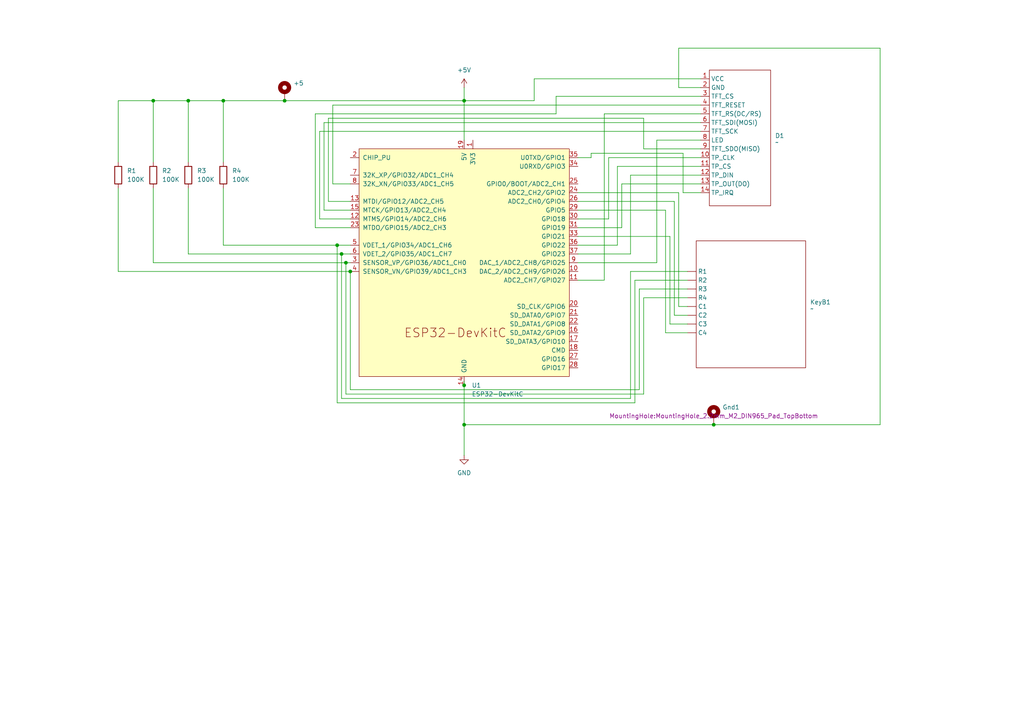
<source format=kicad_sch>
(kicad_sch
	(version 20231120)
	(generator "eeschema")
	(generator_version "8.0")
	(uuid "7b995c1f-a1fe-4d94-b069-908cffdad8c5")
	(paper "A4")
	(title_block
		(title "ESP Alarm panel")
		(date "2024-07-07")
		(rev "1.0")
	)
	(lib_symbols
		(symbol "Device:R"
			(pin_numbers hide)
			(pin_names
				(offset 0)
			)
			(exclude_from_sim no)
			(in_bom yes)
			(on_board yes)
			(property "Reference" "R"
				(at 2.032 0 90)
				(effects
					(font
						(size 1.27 1.27)
					)
				)
			)
			(property "Value" "R"
				(at 0 0 90)
				(effects
					(font
						(size 1.27 1.27)
					)
				)
			)
			(property "Footprint" ""
				(at -1.778 0 90)
				(effects
					(font
						(size 1.27 1.27)
					)
					(hide yes)
				)
			)
			(property "Datasheet" "~"
				(at 0 0 0)
				(effects
					(font
						(size 1.27 1.27)
					)
					(hide yes)
				)
			)
			(property "Description" "Resistor"
				(at 0 0 0)
				(effects
					(font
						(size 1.27 1.27)
					)
					(hide yes)
				)
			)
			(property "ki_keywords" "R res resistor"
				(at 0 0 0)
				(effects
					(font
						(size 1.27 1.27)
					)
					(hide yes)
				)
			)
			(property "ki_fp_filters" "R_*"
				(at 0 0 0)
				(effects
					(font
						(size 1.27 1.27)
					)
					(hide yes)
				)
			)
			(symbol "R_0_1"
				(rectangle
					(start -1.016 -2.54)
					(end 1.016 2.54)
					(stroke
						(width 0.254)
						(type default)
					)
					(fill
						(type none)
					)
				)
			)
			(symbol "R_1_1"
				(pin passive line
					(at 0 3.81 270)
					(length 1.27)
					(name "~"
						(effects
							(font
								(size 1.27 1.27)
							)
						)
					)
					(number "1"
						(effects
							(font
								(size 1.27 1.27)
							)
						)
					)
				)
				(pin passive line
					(at 0 -3.81 90)
					(length 1.27)
					(name "~"
						(effects
							(font
								(size 1.27 1.27)
							)
						)
					)
					(number "2"
						(effects
							(font
								(size 1.27 1.27)
							)
						)
					)
				)
			)
		)
		(symbol "ESP:MatrixKeypad_4x4"
			(pin_numbers hide)
			(exclude_from_sim no)
			(in_bom yes)
			(on_board yes)
			(property "Reference" "KeyB"
				(at -27.94 -3.302 0)
				(effects
					(font
						(size 1.27 1.27)
					)
				)
			)
			(property "Value" ""
				(at -34.29 1.27 0)
				(effects
					(font
						(size 1.27 1.27)
					)
				)
			)
			(property "Footprint" "ESP:Matrix Keypad 4x4"
				(at -19.304 0.762 0)
				(effects
					(font
						(size 1.27 1.27)
					)
					(hide yes)
				)
			)
			(property "Datasheet" ""
				(at -34.29 1.27 0)
				(effects
					(font
						(size 1.27 1.27)
					)
					(hide yes)
				)
			)
			(property "Description" ""
				(at -34.29 1.27 0)
				(effects
					(font
						(size 1.27 1.27)
					)
					(hide yes)
				)
			)
			(property "ki_keywords" "Matrix Keypad 4x4 Keyboard"
				(at 0 0 0)
				(effects
					(font
						(size 1.27 1.27)
					)
					(hide yes)
				)
			)
			(symbol "MatrixKeypad_4x4_0_1"
				(rectangle
					(start -36.83 10.16)
					(end -5.08 -26.67)
					(stroke
						(width 0)
						(type default)
					)
					(fill
						(type none)
					)
				)
			)
			(symbol "MatrixKeypad_4x4_1_1"
				(pin passive line
					(at -39.37 1.27 0)
					(length 2.54)
					(name "R1"
						(effects
							(font
								(size 1.27 1.27)
							)
						)
					)
					(number "1"
						(effects
							(font
								(size 1.27 1.27)
							)
						)
					)
				)
				(pin passive line
					(at -39.37 -1.27 0)
					(length 2.54)
					(name "R2"
						(effects
							(font
								(size 1.27 1.27)
							)
						)
					)
					(number "2"
						(effects
							(font
								(size 1.27 1.27)
							)
						)
					)
				)
				(pin passive line
					(at -39.37 -3.81 0)
					(length 2.54)
					(name "R3"
						(effects
							(font
								(size 1.27 1.27)
							)
						)
					)
					(number "3"
						(effects
							(font
								(size 1.27 1.27)
							)
						)
					)
				)
				(pin passive line
					(at -39.37 -6.35 0)
					(length 2.54)
					(name "R4"
						(effects
							(font
								(size 1.27 1.27)
							)
						)
					)
					(number "4"
						(effects
							(font
								(size 1.27 1.27)
							)
						)
					)
				)
				(pin passive line
					(at -39.37 -8.89 0)
					(length 2.54)
					(name "C1"
						(effects
							(font
								(size 1.27 1.27)
							)
						)
					)
					(number "5"
						(effects
							(font
								(size 1.27 1.27)
							)
						)
					)
				)
				(pin passive line
					(at -39.37 -11.43 0)
					(length 2.54)
					(name "C2"
						(effects
							(font
								(size 1.27 1.27)
							)
						)
					)
					(number "6"
						(effects
							(font
								(size 1.27 1.27)
							)
						)
					)
				)
				(pin passive line
					(at -39.37 -13.97 0)
					(length 2.54)
					(name "C3"
						(effects
							(font
								(size 1.27 1.27)
							)
						)
					)
					(number "7"
						(effects
							(font
								(size 1.27 1.27)
							)
						)
					)
				)
				(pin passive line
					(at -39.37 -16.51 0)
					(length 2.54)
					(name "C4"
						(effects
							(font
								(size 1.27 1.27)
							)
						)
					)
					(number "8"
						(effects
							(font
								(size 1.27 1.27)
							)
						)
					)
				)
			)
		)
		(symbol "ESP:msp4021"
			(exclude_from_sim no)
			(in_bom yes)
			(on_board yes)
			(property "Reference" "D"
				(at 14.478 1.016 0)
				(effects
					(font
						(size 1.27 1.27)
					)
				)
			)
			(property "Value" ""
				(at 0 0 0)
				(effects
					(font
						(size 1.27 1.27)
					)
				)
			)
			(property "Footprint" "ESP:MSP4021"
				(at 13.716 -1.27 0)
				(effects
					(font
						(size 1.27 1.27)
					)
					(hide yes)
				)
			)
			(property "Datasheet" ""
				(at 0 0 0)
				(effects
					(font
						(size 1.27 1.27)
					)
					(hide yes)
				)
			)
			(property "Description" ""
				(at 0 0 0)
				(effects
					(font
						(size 1.27 1.27)
					)
					(hide yes)
				)
			)
			(symbol "msp4021_0_1"
				(rectangle
					(start 2.54 2.54)
					(end 20.32 -36.83)
					(stroke
						(width 0)
						(type default)
					)
					(fill
						(type none)
					)
				)
			)
			(symbol "msp4021_1_1"
				(pin passive line
					(at 0 0 0)
					(length 2.54)
					(name "VCC"
						(effects
							(font
								(size 1.27 1.27)
							)
						)
					)
					(number "1"
						(effects
							(font
								(size 1.27 1.27)
							)
						)
					)
				)
				(pin passive line
					(at 0 -22.86 0)
					(length 2.54)
					(name "TP_CLK"
						(effects
							(font
								(size 1.27 1.27)
							)
						)
					)
					(number "10"
						(effects
							(font
								(size 1.27 1.27)
							)
						)
					)
				)
				(pin passive line
					(at 0 -25.4 0)
					(length 2.54)
					(name "TP_CS"
						(effects
							(font
								(size 1.27 1.27)
							)
						)
					)
					(number "11"
						(effects
							(font
								(size 1.27 1.27)
							)
						)
					)
				)
				(pin passive line
					(at 0 -27.94 0)
					(length 2.54)
					(name "TP_DIN"
						(effects
							(font
								(size 1.27 1.27)
							)
						)
					)
					(number "12"
						(effects
							(font
								(size 1.27 1.27)
							)
						)
					)
				)
				(pin passive line
					(at 0 -30.48 0)
					(length 2.54)
					(name "TP_OUT(DO)"
						(effects
							(font
								(size 1.27 1.27)
							)
						)
					)
					(number "13"
						(effects
							(font
								(size 1.27 1.27)
							)
						)
					)
				)
				(pin passive line
					(at 0 -33.02 0)
					(length 2.54)
					(name "TP_IRQ"
						(effects
							(font
								(size 1.27 1.27)
							)
						)
					)
					(number "14"
						(effects
							(font
								(size 1.27 1.27)
							)
						)
					)
				)
				(pin passive line
					(at 0 -2.54 0)
					(length 2.54)
					(name "GND"
						(effects
							(font
								(size 1.27 1.27)
							)
						)
					)
					(number "2"
						(effects
							(font
								(size 1.27 1.27)
							)
						)
					)
				)
				(pin passive line
					(at 0 -5.08 0)
					(length 2.54)
					(name "TFT_CS"
						(effects
							(font
								(size 1.27 1.27)
							)
						)
					)
					(number "3"
						(effects
							(font
								(size 1.27 1.27)
							)
						)
					)
				)
				(pin passive line
					(at 0 -7.62 0)
					(length 2.54)
					(name "TFT_RESET"
						(effects
							(font
								(size 1.27 1.27)
							)
						)
					)
					(number "4"
						(effects
							(font
								(size 1.27 1.27)
							)
						)
					)
				)
				(pin passive line
					(at 0 -10.16 0)
					(length 2.54)
					(name "TFT_RS(DC/RS)"
						(effects
							(font
								(size 1.27 1.27)
							)
						)
					)
					(number "5"
						(effects
							(font
								(size 1.27 1.27)
							)
						)
					)
				)
				(pin passive line
					(at 0 -12.7 0)
					(length 2.54)
					(name "TFT_SDI(MOSI)"
						(effects
							(font
								(size 1.27 1.27)
							)
						)
					)
					(number "6"
						(effects
							(font
								(size 1.27 1.27)
							)
						)
					)
				)
				(pin passive line
					(at 0 -15.24 0)
					(length 2.54)
					(name "TFT_SCK"
						(effects
							(font
								(size 1.27 1.27)
							)
						)
					)
					(number "7"
						(effects
							(font
								(size 1.27 1.27)
							)
						)
					)
				)
				(pin passive line
					(at 0 -17.78 0)
					(length 2.54)
					(name "LED"
						(effects
							(font
								(size 1.27 1.27)
							)
						)
					)
					(number "8"
						(effects
							(font
								(size 1.27 1.27)
							)
						)
					)
				)
				(pin passive line
					(at 0 -20.32 0)
					(length 2.54)
					(name "TFT_SDO(MISO)"
						(effects
							(font
								(size 1.27 1.27)
							)
						)
					)
					(number "9"
						(effects
							(font
								(size 1.27 1.27)
							)
						)
					)
				)
			)
		)
		(symbol "Mechanical:MountingHole_Pad_MP"
			(pin_numbers hide)
			(pin_names
				(offset 1.016) hide)
			(exclude_from_sim yes)
			(in_bom no)
			(on_board yes)
			(property "Reference" "H"
				(at 0 6.35 0)
				(effects
					(font
						(size 1.27 1.27)
					)
				)
			)
			(property "Value" "MountingHole_Pad_MP"
				(at 0 4.445 0)
				(effects
					(font
						(size 1.27 1.27)
					)
				)
			)
			(property "Footprint" ""
				(at 0 0 0)
				(effects
					(font
						(size 1.27 1.27)
					)
					(hide yes)
				)
			)
			(property "Datasheet" "~"
				(at 0 0 0)
				(effects
					(font
						(size 1.27 1.27)
					)
					(hide yes)
				)
			)
			(property "Description" "Mounting Hole with connection as pad named MP"
				(at 0 0 0)
				(effects
					(font
						(size 1.27 1.27)
					)
					(hide yes)
				)
			)
			(property "ki_keywords" "mounting hole"
				(at 0 0 0)
				(effects
					(font
						(size 1.27 1.27)
					)
					(hide yes)
				)
			)
			(property "ki_fp_filters" "MountingHole*Pad*"
				(at 0 0 0)
				(effects
					(font
						(size 1.27 1.27)
					)
					(hide yes)
				)
			)
			(symbol "MountingHole_Pad_MP_0_1"
				(circle
					(center 0 1.27)
					(radius 1.27)
					(stroke
						(width 1.27)
						(type default)
					)
					(fill
						(type none)
					)
				)
			)
			(symbol "MountingHole_Pad_MP_1_1"
				(pin input line
					(at 0 -2.54 90)
					(length 2.54)
					(name "MP"
						(effects
							(font
								(size 1.27 1.27)
							)
						)
					)
					(number "MP"
						(effects
							(font
								(size 1.27 1.27)
							)
						)
					)
				)
			)
		)
		(symbol "PCM_Espressif:ESP32-DevKitC"
			(pin_names
				(offset 1.016)
			)
			(exclude_from_sim no)
			(in_bom yes)
			(on_board yes)
			(property "Reference" "U"
				(at -30.48 38.1 0)
				(effects
					(font
						(size 1.27 1.27)
					)
					(justify left)
				)
			)
			(property "Value" "ESP32-DevKitC"
				(at -30.48 35.56 0)
				(effects
					(font
						(size 1.27 1.27)
					)
					(justify left)
				)
			)
			(property "Footprint" "PCM_Espressif:ESP32-DevKitC"
				(at 0 -43.18 0)
				(effects
					(font
						(size 1.27 1.27)
					)
					(hide yes)
				)
			)
			(property "Datasheet" "https://docs.espressif.com/projects/esp-idf/zh_CN/latest/esp32/hw-reference/esp32/get-started-devkitc.html"
				(at 0 -45.72 0)
				(effects
					(font
						(size 1.27 1.27)
					)
					(hide yes)
				)
			)
			(property "Description" "Development Kit"
				(at 0 0 0)
				(effects
					(font
						(size 1.27 1.27)
					)
					(hide yes)
				)
			)
			(property "ki_keywords" "ESP32"
				(at 0 0 0)
				(effects
					(font
						(size 1.27 1.27)
					)
					(hide yes)
				)
			)
			(symbol "ESP32-DevKitC_0_0"
				(text "ESP32-DevKitC"
					(at -2.54 -20.32 0)
					(effects
						(font
							(size 2.54 2.54)
						)
					)
				)
				(pin power_in line
					(at 0 -35.56 90)
					(length 2.54)
					(name "GND"
						(effects
							(font
								(size 1.27 1.27)
							)
						)
					)
					(number "14"
						(effects
							(font
								(size 1.27 1.27)
							)
						)
					)
				)
				(pin power_in line
					(at 0 35.56 270)
					(length 2.54)
					(name "5V"
						(effects
							(font
								(size 1.27 1.27)
							)
						)
					)
					(number "19"
						(effects
							(font
								(size 1.27 1.27)
							)
						)
					)
				)
			)
			(symbol "ESP32-DevKitC_0_1"
				(rectangle
					(start -30.48 33.02)
					(end 30.48 -33.02)
					(stroke
						(width 0)
						(type default)
					)
					(fill
						(type background)
					)
				)
			)
			(symbol "ESP32-DevKitC_1_1"
				(pin power_in line
					(at 2.54 35.56 270)
					(length 2.54)
					(name "3V3"
						(effects
							(font
								(size 1.27 1.27)
							)
						)
					)
					(number "1"
						(effects
							(font
								(size 1.27 1.27)
							)
						)
					)
				)
				(pin bidirectional line
					(at 33.02 -2.54 180)
					(length 2.54)
					(name "DAC_2/ADC2_CH9/GPIO26"
						(effects
							(font
								(size 1.27 1.27)
							)
						)
					)
					(number "10"
						(effects
							(font
								(size 1.27 1.27)
							)
						)
					)
				)
				(pin bidirectional line
					(at 33.02 -5.08 180)
					(length 2.54)
					(name "ADC2_CH7/GPIO27"
						(effects
							(font
								(size 1.27 1.27)
							)
						)
					)
					(number "11"
						(effects
							(font
								(size 1.27 1.27)
							)
						)
					)
				)
				(pin bidirectional line
					(at -33.02 12.7 0)
					(length 2.54)
					(name "MTMS/GPIO14/ADC2_CH6"
						(effects
							(font
								(size 1.27 1.27)
							)
						)
					)
					(number "12"
						(effects
							(font
								(size 1.27 1.27)
							)
						)
					)
				)
				(pin bidirectional line
					(at -33.02 17.78 0)
					(length 2.54)
					(name "MTDI/GPIO12/ADC2_CH5"
						(effects
							(font
								(size 1.27 1.27)
							)
						)
					)
					(number "13"
						(effects
							(font
								(size 1.27 1.27)
							)
						)
					)
				)
				(pin bidirectional line
					(at -33.02 15.24 0)
					(length 2.54)
					(name "MTCK/GPIO13/ADC2_CH4"
						(effects
							(font
								(size 1.27 1.27)
							)
						)
					)
					(number "15"
						(effects
							(font
								(size 1.27 1.27)
							)
						)
					)
				)
				(pin bidirectional line
					(at 33.02 -20.32 180)
					(length 2.54)
					(name "SD_DATA2/GPIO9"
						(effects
							(font
								(size 1.27 1.27)
							)
						)
					)
					(number "16"
						(effects
							(font
								(size 1.27 1.27)
							)
						)
					)
				)
				(pin bidirectional line
					(at 33.02 -22.86 180)
					(length 2.54)
					(name "SD_DATA3/GPIO10"
						(effects
							(font
								(size 1.27 1.27)
							)
						)
					)
					(number "17"
						(effects
							(font
								(size 1.27 1.27)
							)
						)
					)
				)
				(pin bidirectional line
					(at 33.02 -25.4 180)
					(length 2.54)
					(name "CMD"
						(effects
							(font
								(size 1.27 1.27)
							)
						)
					)
					(number "18"
						(effects
							(font
								(size 1.27 1.27)
							)
						)
					)
				)
				(pin input line
					(at -33.02 30.48 0)
					(length 2.54)
					(name "CHIP_PU"
						(effects
							(font
								(size 1.27 1.27)
							)
						)
					)
					(number "2"
						(effects
							(font
								(size 1.27 1.27)
							)
						)
					)
				)
				(pin bidirectional line
					(at 33.02 -12.7 180)
					(length 2.54)
					(name "SD_CLK/GPIO6"
						(effects
							(font
								(size 1.27 1.27)
							)
						)
					)
					(number "20"
						(effects
							(font
								(size 1.27 1.27)
							)
						)
					)
				)
				(pin bidirectional line
					(at 33.02 -15.24 180)
					(length 2.54)
					(name "SD_DATA0/GPIO7"
						(effects
							(font
								(size 1.27 1.27)
							)
						)
					)
					(number "21"
						(effects
							(font
								(size 1.27 1.27)
							)
						)
					)
				)
				(pin bidirectional line
					(at 33.02 -17.78 180)
					(length 2.54)
					(name "SD_DATA1/GPIO8"
						(effects
							(font
								(size 1.27 1.27)
							)
						)
					)
					(number "22"
						(effects
							(font
								(size 1.27 1.27)
							)
						)
					)
				)
				(pin bidirectional line
					(at -33.02 10.16 0)
					(length 2.54)
					(name "MTDO/GPIO15/ADC2_CH3"
						(effects
							(font
								(size 1.27 1.27)
							)
						)
					)
					(number "23"
						(effects
							(font
								(size 1.27 1.27)
							)
						)
					)
				)
				(pin bidirectional line
					(at 33.02 20.32 180)
					(length 2.54)
					(name "ADC2_CH2/GPIO2"
						(effects
							(font
								(size 1.27 1.27)
							)
						)
					)
					(number "24"
						(effects
							(font
								(size 1.27 1.27)
							)
						)
					)
				)
				(pin bidirectional line
					(at 33.02 22.86 180)
					(length 2.54)
					(name "GPIO0/BOOT/ADC2_CH1"
						(effects
							(font
								(size 1.27 1.27)
							)
						)
					)
					(number "25"
						(effects
							(font
								(size 1.27 1.27)
							)
						)
					)
				)
				(pin bidirectional line
					(at 33.02 17.78 180)
					(length 2.54)
					(name "ADC2_CH0/GPIO4"
						(effects
							(font
								(size 1.27 1.27)
							)
						)
					)
					(number "26"
						(effects
							(font
								(size 1.27 1.27)
							)
						)
					)
				)
				(pin bidirectional line
					(at 33.02 -27.94 180)
					(length 2.54)
					(name "GPIO16"
						(effects
							(font
								(size 1.27 1.27)
							)
						)
					)
					(number "27"
						(effects
							(font
								(size 1.27 1.27)
							)
						)
					)
				)
				(pin bidirectional line
					(at 33.02 -30.48 180)
					(length 2.54)
					(name "GPIO17"
						(effects
							(font
								(size 1.27 1.27)
							)
						)
					)
					(number "28"
						(effects
							(font
								(size 1.27 1.27)
							)
						)
					)
				)
				(pin bidirectional line
					(at 33.02 15.24 180)
					(length 2.54)
					(name "GPIO5"
						(effects
							(font
								(size 1.27 1.27)
							)
						)
					)
					(number "29"
						(effects
							(font
								(size 1.27 1.27)
							)
						)
					)
				)
				(pin input line
					(at -33.02 0 0)
					(length 2.54)
					(name "SENSOR_VP/GPIO36/ADC1_CH0"
						(effects
							(font
								(size 1.27 1.27)
							)
						)
					)
					(number "3"
						(effects
							(font
								(size 1.27 1.27)
							)
						)
					)
				)
				(pin bidirectional line
					(at 33.02 12.7 180)
					(length 2.54)
					(name "GPIO18"
						(effects
							(font
								(size 1.27 1.27)
							)
						)
					)
					(number "30"
						(effects
							(font
								(size 1.27 1.27)
							)
						)
					)
				)
				(pin bidirectional line
					(at 33.02 10.16 180)
					(length 2.54)
					(name "GPIO19"
						(effects
							(font
								(size 1.27 1.27)
							)
						)
					)
					(number "31"
						(effects
							(font
								(size 1.27 1.27)
							)
						)
					)
				)
				(pin passive line
					(at 0 -35.56 90)
					(length 2.54) hide
					(name "GND"
						(effects
							(font
								(size 1.27 1.27)
							)
						)
					)
					(number "32"
						(effects
							(font
								(size 1.27 1.27)
							)
						)
					)
				)
				(pin bidirectional line
					(at 33.02 7.62 180)
					(length 2.54)
					(name "GPIO21"
						(effects
							(font
								(size 1.27 1.27)
							)
						)
					)
					(number "33"
						(effects
							(font
								(size 1.27 1.27)
							)
						)
					)
				)
				(pin bidirectional line
					(at 33.02 27.94 180)
					(length 2.54)
					(name "U0RXD/GPIO3"
						(effects
							(font
								(size 1.27 1.27)
							)
						)
					)
					(number "34"
						(effects
							(font
								(size 1.27 1.27)
							)
						)
					)
				)
				(pin bidirectional line
					(at 33.02 30.48 180)
					(length 2.54)
					(name "U0TXD/GPIO1"
						(effects
							(font
								(size 1.27 1.27)
							)
						)
					)
					(number "35"
						(effects
							(font
								(size 1.27 1.27)
							)
						)
					)
				)
				(pin bidirectional line
					(at 33.02 5.08 180)
					(length 2.54)
					(name "GPIO22"
						(effects
							(font
								(size 1.27 1.27)
							)
						)
					)
					(number "36"
						(effects
							(font
								(size 1.27 1.27)
							)
						)
					)
				)
				(pin bidirectional line
					(at 33.02 2.54 180)
					(length 2.54)
					(name "GPIO23"
						(effects
							(font
								(size 1.27 1.27)
							)
						)
					)
					(number "37"
						(effects
							(font
								(size 1.27 1.27)
							)
						)
					)
				)
				(pin passive line
					(at 0 -35.56 90)
					(length 2.54) hide
					(name "GND"
						(effects
							(font
								(size 1.27 1.27)
							)
						)
					)
					(number "38"
						(effects
							(font
								(size 1.27 1.27)
							)
						)
					)
				)
				(pin input line
					(at -33.02 -2.54 0)
					(length 2.54)
					(name "SENSOR_VN/GPIO39/ADC1_CH3"
						(effects
							(font
								(size 1.27 1.27)
							)
						)
					)
					(number "4"
						(effects
							(font
								(size 1.27 1.27)
							)
						)
					)
				)
				(pin input line
					(at -33.02 5.08 0)
					(length 2.54)
					(name "VDET_1/GPIO34/ADC1_CH6"
						(effects
							(font
								(size 1.27 1.27)
							)
						)
					)
					(number "5"
						(effects
							(font
								(size 1.27 1.27)
							)
						)
					)
				)
				(pin input line
					(at -33.02 2.54 0)
					(length 2.54)
					(name "VDET_2/GPIO35/ADC1_CH7"
						(effects
							(font
								(size 1.27 1.27)
							)
						)
					)
					(number "6"
						(effects
							(font
								(size 1.27 1.27)
							)
						)
					)
				)
				(pin bidirectional line
					(at -33.02 25.4 0)
					(length 2.54)
					(name "32K_XP/GPIO32/ADC1_CH4"
						(effects
							(font
								(size 1.27 1.27)
							)
						)
					)
					(number "7"
						(effects
							(font
								(size 1.27 1.27)
							)
						)
					)
				)
				(pin bidirectional line
					(at -33.02 22.86 0)
					(length 2.54)
					(name "32K_XN/GPIO33/ADC1_CH5"
						(effects
							(font
								(size 1.27 1.27)
							)
						)
					)
					(number "8"
						(effects
							(font
								(size 1.27 1.27)
							)
						)
					)
				)
				(pin bidirectional line
					(at 33.02 0 180)
					(length 2.54)
					(name "DAC_1/ADC2_CH8/GPIO25"
						(effects
							(font
								(size 1.27 1.27)
							)
						)
					)
					(number "9"
						(effects
							(font
								(size 1.27 1.27)
							)
						)
					)
				)
			)
		)
		(symbol "power:+5V"
			(power)
			(pin_numbers hide)
			(pin_names
				(offset 0) hide)
			(exclude_from_sim no)
			(in_bom yes)
			(on_board yes)
			(property "Reference" "#PWR"
				(at 0 -3.81 0)
				(effects
					(font
						(size 1.27 1.27)
					)
					(hide yes)
				)
			)
			(property "Value" "+5V"
				(at 0 3.556 0)
				(effects
					(font
						(size 1.27 1.27)
					)
				)
			)
			(property "Footprint" ""
				(at 0 0 0)
				(effects
					(font
						(size 1.27 1.27)
					)
					(hide yes)
				)
			)
			(property "Datasheet" ""
				(at 0 0 0)
				(effects
					(font
						(size 1.27 1.27)
					)
					(hide yes)
				)
			)
			(property "Description" "Power symbol creates a global label with name \"+5V\""
				(at 0 0 0)
				(effects
					(font
						(size 1.27 1.27)
					)
					(hide yes)
				)
			)
			(property "ki_keywords" "global power"
				(at 0 0 0)
				(effects
					(font
						(size 1.27 1.27)
					)
					(hide yes)
				)
			)
			(symbol "+5V_0_1"
				(polyline
					(pts
						(xy -0.762 1.27) (xy 0 2.54)
					)
					(stroke
						(width 0)
						(type default)
					)
					(fill
						(type none)
					)
				)
				(polyline
					(pts
						(xy 0 0) (xy 0 2.54)
					)
					(stroke
						(width 0)
						(type default)
					)
					(fill
						(type none)
					)
				)
				(polyline
					(pts
						(xy 0 2.54) (xy 0.762 1.27)
					)
					(stroke
						(width 0)
						(type default)
					)
					(fill
						(type none)
					)
				)
			)
			(symbol "+5V_1_1"
				(pin power_in line
					(at 0 0 90)
					(length 0)
					(name "~"
						(effects
							(font
								(size 1.27 1.27)
							)
						)
					)
					(number "1"
						(effects
							(font
								(size 1.27 1.27)
							)
						)
					)
				)
			)
		)
		(symbol "power:GND"
			(power)
			(pin_numbers hide)
			(pin_names
				(offset 0) hide)
			(exclude_from_sim no)
			(in_bom yes)
			(on_board yes)
			(property "Reference" "#PWR"
				(at 0 -6.35 0)
				(effects
					(font
						(size 1.27 1.27)
					)
					(hide yes)
				)
			)
			(property "Value" "GND"
				(at 0 -3.81 0)
				(effects
					(font
						(size 1.27 1.27)
					)
				)
			)
			(property "Footprint" ""
				(at 0 0 0)
				(effects
					(font
						(size 1.27 1.27)
					)
					(hide yes)
				)
			)
			(property "Datasheet" ""
				(at 0 0 0)
				(effects
					(font
						(size 1.27 1.27)
					)
					(hide yes)
				)
			)
			(property "Description" "Power symbol creates a global label with name \"GND\" , ground"
				(at 0 0 0)
				(effects
					(font
						(size 1.27 1.27)
					)
					(hide yes)
				)
			)
			(property "ki_keywords" "global power"
				(at 0 0 0)
				(effects
					(font
						(size 1.27 1.27)
					)
					(hide yes)
				)
			)
			(symbol "GND_0_1"
				(polyline
					(pts
						(xy 0 0) (xy 0 -1.27) (xy 1.27 -1.27) (xy 0 -2.54) (xy -1.27 -1.27) (xy 0 -1.27)
					)
					(stroke
						(width 0)
						(type default)
					)
					(fill
						(type none)
					)
				)
			)
			(symbol "GND_1_1"
				(pin power_in line
					(at 0 0 270)
					(length 0)
					(name "~"
						(effects
							(font
								(size 1.27 1.27)
							)
						)
					)
					(number "1"
						(effects
							(font
								(size 1.27 1.27)
							)
						)
					)
				)
			)
		)
	)
	(junction
		(at 207.01 123.19)
		(diameter 0)
		(color 0 0 0 0)
		(uuid "17c3f598-9dd9-4bb8-8814-e66ccbfed0a9")
	)
	(junction
		(at 100.33 76.2)
		(diameter 0)
		(color 0 0 0 0)
		(uuid "30bdf216-f8ab-4012-9c06-51ee58f69076")
	)
	(junction
		(at 44.45 29.21)
		(diameter 0)
		(color 0 0 0 0)
		(uuid "31c212c8-b53c-4573-9f90-73d4e5f6b270")
	)
	(junction
		(at 99.06 73.66)
		(diameter 0)
		(color 0 0 0 0)
		(uuid "35108715-312c-4cc3-aa91-eb49b9b626ea")
	)
	(junction
		(at 54.61 29.21)
		(diameter 0)
		(color 0 0 0 0)
		(uuid "36428569-fafd-46fd-a37c-39d0b8109170")
	)
	(junction
		(at 82.55 29.21)
		(diameter 0)
		(color 0 0 0 0)
		(uuid "5e379057-ae43-4159-aedd-e8f20875b143")
	)
	(junction
		(at 134.62 111.76)
		(diameter 0)
		(color 0 0 0 0)
		(uuid "87595d18-02ab-427d-8641-ea015388ec73")
	)
	(junction
		(at 101.6 78.74)
		(diameter 0)
		(color 0 0 0 0)
		(uuid "8ea2232f-3eaf-43b8-9333-14da14fc94b8")
	)
	(junction
		(at 64.77 29.21)
		(diameter 0)
		(color 0 0 0 0)
		(uuid "98f791cd-8678-4d89-a3af-5d8f6e42108d")
	)
	(junction
		(at 134.62 123.19)
		(diameter 0)
		(color 0 0 0 0)
		(uuid "a5e700d4-893f-44de-ae7a-e1d9ea58f58f")
	)
	(junction
		(at 134.62 29.21)
		(diameter 0)
		(color 0 0 0 0)
		(uuid "aaf1a6cb-b814-4313-9f94-4a2b94766cff")
	)
	(junction
		(at 97.79 71.12)
		(diameter 0)
		(color 0 0 0 0)
		(uuid "ebec55e6-7334-4e4d-a755-e723090f1afc")
	)
	(wire
		(pts
			(xy 176.53 63.5) (xy 176.53 45.72)
		)
		(stroke
			(width 0)
			(type default)
		)
		(uuid "027955a1-323f-4372-9db8-bacf9e4f66fd")
	)
	(wire
		(pts
			(xy 101.6 113.03) (xy 101.6 78.74)
		)
		(stroke
			(width 0)
			(type default)
		)
		(uuid "04c78196-2142-4bc5-a715-5d87adcb363a")
	)
	(wire
		(pts
			(xy 198.12 44.45) (xy 198.12 55.88)
		)
		(stroke
			(width 0)
			(type default)
		)
		(uuid "09965916-c53b-47b1-ad40-f346f27a04c7")
	)
	(wire
		(pts
			(xy 97.79 71.12) (xy 101.6 71.12)
		)
		(stroke
			(width 0)
			(type default)
		)
		(uuid "0a8af9b0-15c0-45ec-923b-cf847aa4ad05")
	)
	(wire
		(pts
			(xy 190.5 76.2) (xy 190.5 40.64)
		)
		(stroke
			(width 0)
			(type default)
		)
		(uuid "0b835255-3a7d-471d-9856-583346248dbe")
	)
	(wire
		(pts
			(xy 54.61 29.21) (xy 64.77 29.21)
		)
		(stroke
			(width 0)
			(type default)
		)
		(uuid "0efdb9c2-8183-474f-8d34-7ea2e474c4b2")
	)
	(wire
		(pts
			(xy 167.64 58.42) (xy 195.58 58.42)
		)
		(stroke
			(width 0)
			(type default)
		)
		(uuid "16ba160a-ed76-4067-bfc3-1c34081e858c")
	)
	(wire
		(pts
			(xy 99.06 115.57) (xy 182.88 115.57)
		)
		(stroke
			(width 0)
			(type default)
		)
		(uuid "1da555bc-7fde-4f7d-ac84-93d6b7e204d4")
	)
	(wire
		(pts
			(xy 44.45 76.2) (xy 100.33 76.2)
		)
		(stroke
			(width 0)
			(type default)
		)
		(uuid "1dd28e8e-7653-4c72-977e-53974393b9a9")
	)
	(wire
		(pts
			(xy 182.88 78.74) (xy 199.39 78.74)
		)
		(stroke
			(width 0)
			(type default)
		)
		(uuid "20ddea64-4ab6-4a74-8813-ace5214b2229")
	)
	(wire
		(pts
			(xy 186.69 34.29) (xy 186.69 43.18)
		)
		(stroke
			(width 0)
			(type default)
		)
		(uuid "247d7198-81c9-407a-aa98-e55b240225a0")
	)
	(wire
		(pts
			(xy 100.33 114.3) (xy 186.69 114.3)
		)
		(stroke
			(width 0)
			(type default)
		)
		(uuid "258c13a1-23c3-428e-b4e7-45b725246608")
	)
	(wire
		(pts
			(xy 134.62 123.19) (xy 207.01 123.19)
		)
		(stroke
			(width 0)
			(type default)
		)
		(uuid "2727789f-43e9-4ae2-a670-f0f4704c5ef6")
	)
	(wire
		(pts
			(xy 190.5 40.64) (xy 203.2 40.64)
		)
		(stroke
			(width 0)
			(type default)
		)
		(uuid "2e9aa383-d4f4-417a-b207-407044a48b62")
	)
	(wire
		(pts
			(xy 167.64 81.28) (xy 175.26 81.28)
		)
		(stroke
			(width 0)
			(type default)
		)
		(uuid "30e4c809-8f25-469b-a380-8f2b53e2df18")
	)
	(wire
		(pts
			(xy 34.29 54.61) (xy 34.29 78.74)
		)
		(stroke
			(width 0)
			(type default)
		)
		(uuid "311283b8-f1cd-48dd-9042-bf1f7ea94472")
	)
	(wire
		(pts
			(xy 93.98 60.96) (xy 101.6 60.96)
		)
		(stroke
			(width 0)
			(type default)
		)
		(uuid "3134cc01-1503-4a31-9ad7-976873b738c6")
	)
	(wire
		(pts
			(xy 196.85 13.97) (xy 255.27 13.97)
		)
		(stroke
			(width 0)
			(type default)
		)
		(uuid "328943b7-7749-4e9f-951e-ed55ef16d350")
	)
	(wire
		(pts
			(xy 186.69 43.18) (xy 203.2 43.18)
		)
		(stroke
			(width 0)
			(type default)
		)
		(uuid "32e31550-8c27-4d1c-8bf4-e34c8065e367")
	)
	(wire
		(pts
			(xy 101.6 58.42) (xy 95.25 58.42)
		)
		(stroke
			(width 0)
			(type default)
		)
		(uuid "3369f9f3-08d5-4ce0-920a-d79cd144b20f")
	)
	(wire
		(pts
			(xy 92.71 63.5) (xy 101.6 63.5)
		)
		(stroke
			(width 0)
			(type default)
		)
		(uuid "36314788-15ec-4b8e-a506-7c8502382742")
	)
	(wire
		(pts
			(xy 185.42 83.82) (xy 199.39 83.82)
		)
		(stroke
			(width 0)
			(type default)
		)
		(uuid "379de6ad-77e0-4a98-9364-1b553ea8a41a")
	)
	(wire
		(pts
			(xy 186.69 114.3) (xy 186.69 86.36)
		)
		(stroke
			(width 0)
			(type default)
		)
		(uuid "379f5df2-b003-4bb0-b76f-6f87b4f8fe6d")
	)
	(wire
		(pts
			(xy 44.45 54.61) (xy 44.45 76.2)
		)
		(stroke
			(width 0)
			(type default)
		)
		(uuid "37b5260a-ef61-4ab7-a69a-1f2b42cce599")
	)
	(wire
		(pts
			(xy 182.88 115.57) (xy 182.88 78.74)
		)
		(stroke
			(width 0)
			(type default)
		)
		(uuid "3821b607-a370-448c-a12d-d7f72ba95edc")
	)
	(wire
		(pts
			(xy 203.2 22.86) (xy 154.94 22.86)
		)
		(stroke
			(width 0)
			(type default)
		)
		(uuid "38d58d55-3821-4d3b-be93-a60aa973022c")
	)
	(wire
		(pts
			(xy 101.6 76.2) (xy 100.33 76.2)
		)
		(stroke
			(width 0)
			(type default)
		)
		(uuid "3997daea-f166-4276-bb84-c2ac28318429")
	)
	(wire
		(pts
			(xy 198.12 55.88) (xy 203.2 55.88)
		)
		(stroke
			(width 0)
			(type default)
		)
		(uuid "39c83c16-f492-42de-baf1-2ac8828cb142")
	)
	(wire
		(pts
			(xy 82.55 29.21) (xy 134.62 29.21)
		)
		(stroke
			(width 0)
			(type default)
		)
		(uuid "3ef6036f-284e-4cb8-a200-adf013ae6dc2")
	)
	(wire
		(pts
			(xy 134.62 111.76) (xy 134.62 123.19)
		)
		(stroke
			(width 0)
			(type default)
		)
		(uuid "41632636-57a9-4343-84ad-70abf7c56958")
	)
	(wire
		(pts
			(xy 54.61 54.61) (xy 54.61 73.66)
		)
		(stroke
			(width 0)
			(type default)
		)
		(uuid "498e3254-9e07-44e7-ab0e-e29ccccb1c4f")
	)
	(wire
		(pts
			(xy 185.42 113.03) (xy 101.6 113.03)
		)
		(stroke
			(width 0)
			(type default)
		)
		(uuid "4c133fc7-7184-44bc-8b19-2f3ea1c7c3d1")
	)
	(wire
		(pts
			(xy 255.27 13.97) (xy 255.27 123.19)
		)
		(stroke
			(width 0)
			(type default)
		)
		(uuid "4d09e196-7bb7-4747-b40c-6ffb0adedea6")
	)
	(wire
		(pts
			(xy 175.26 81.28) (xy 175.26 33.02)
		)
		(stroke
			(width 0)
			(type default)
		)
		(uuid "4d2d4d88-edc1-4b6c-8060-6d55e665652a")
	)
	(wire
		(pts
			(xy 203.2 35.56) (xy 93.98 35.56)
		)
		(stroke
			(width 0)
			(type default)
		)
		(uuid "50f1eb76-ed5a-4753-9e89-00808dd53110")
	)
	(wire
		(pts
			(xy 154.94 29.21) (xy 134.62 29.21)
		)
		(stroke
			(width 0)
			(type default)
		)
		(uuid "51b0dc3a-65bd-4c0b-a4ee-fcc8db129295")
	)
	(wire
		(pts
			(xy 101.6 66.04) (xy 91.44 66.04)
		)
		(stroke
			(width 0)
			(type default)
		)
		(uuid "5a91fc66-4188-426f-a02e-f093c99418a4")
	)
	(wire
		(pts
			(xy 193.04 96.52) (xy 199.39 96.52)
		)
		(stroke
			(width 0)
			(type default)
		)
		(uuid "5ac04ac5-9329-4d04-aef2-f0b1b5faf801")
	)
	(wire
		(pts
			(xy 93.98 35.56) (xy 93.98 60.96)
		)
		(stroke
			(width 0)
			(type default)
		)
		(uuid "5ac7c9cc-1495-4d77-810b-3ff70861b93a")
	)
	(wire
		(pts
			(xy 195.58 91.44) (xy 199.39 91.44)
		)
		(stroke
			(width 0)
			(type default)
		)
		(uuid "5d774007-6f6d-4659-9cbc-1dc6f1d3caf6")
	)
	(wire
		(pts
			(xy 182.88 50.8) (xy 203.2 50.8)
		)
		(stroke
			(width 0)
			(type default)
		)
		(uuid "60c7f2d2-f5de-4cb5-a1e0-3daf6438b967")
	)
	(wire
		(pts
			(xy 167.64 76.2) (xy 190.5 76.2)
		)
		(stroke
			(width 0)
			(type default)
		)
		(uuid "641f9b17-fb87-4141-ac14-827f40fe93cb")
	)
	(wire
		(pts
			(xy 161.29 27.94) (xy 203.2 27.94)
		)
		(stroke
			(width 0)
			(type default)
		)
		(uuid "650b92e4-cf81-4f70-81eb-c12cdbc3c043")
	)
	(wire
		(pts
			(xy 207.01 123.19) (xy 255.27 123.19)
		)
		(stroke
			(width 0)
			(type default)
		)
		(uuid "6600f63d-12ef-483a-ac7a-ed53cc7c8ca4")
	)
	(wire
		(pts
			(xy 193.04 60.96) (xy 193.04 96.52)
		)
		(stroke
			(width 0)
			(type default)
		)
		(uuid "67a03b73-13bb-4aa9-a228-c76dccd75b3f")
	)
	(wire
		(pts
			(xy 100.33 76.2) (xy 100.33 114.3)
		)
		(stroke
			(width 0)
			(type default)
		)
		(uuid "6c93bf52-3fc7-4963-a195-1830cf2d3006")
	)
	(wire
		(pts
			(xy 154.94 22.86) (xy 154.94 29.21)
		)
		(stroke
			(width 0)
			(type default)
		)
		(uuid "6ca8da90-2812-4ad1-8bc1-a5ff4d7dc5fb")
	)
	(wire
		(pts
			(xy 97.79 116.84) (xy 184.15 116.84)
		)
		(stroke
			(width 0)
			(type default)
		)
		(uuid "712c67cc-f298-4b31-a5f2-9650d058574f")
	)
	(wire
		(pts
			(xy 64.77 71.12) (xy 97.79 71.12)
		)
		(stroke
			(width 0)
			(type default)
		)
		(uuid "745ab1a7-99f3-4fd6-b919-d1115b15e478")
	)
	(wire
		(pts
			(xy 186.69 86.36) (xy 199.39 86.36)
		)
		(stroke
			(width 0)
			(type default)
		)
		(uuid "76242707-8ccf-428a-b129-3ac35a03f381")
	)
	(wire
		(pts
			(xy 134.62 29.21) (xy 134.62 40.64)
		)
		(stroke
			(width 0)
			(type default)
		)
		(uuid "77bbd9b9-37d5-4fa1-8e64-cf0e35b21927")
	)
	(wire
		(pts
			(xy 97.79 116.84) (xy 97.79 71.12)
		)
		(stroke
			(width 0)
			(type default)
		)
		(uuid "7d936dba-4c63-4f2e-a7c9-54a9dc479fec")
	)
	(wire
		(pts
			(xy 182.88 73.66) (xy 182.88 50.8)
		)
		(stroke
			(width 0)
			(type default)
		)
		(uuid "80d49f2d-3a54-4043-af38-7fd2a348f043")
	)
	(wire
		(pts
			(xy 91.44 66.04) (xy 91.44 33.02)
		)
		(stroke
			(width 0)
			(type default)
		)
		(uuid "825c77e5-2af8-44db-b4e8-17bb72948907")
	)
	(wire
		(pts
			(xy 99.06 73.66) (xy 99.06 115.57)
		)
		(stroke
			(width 0)
			(type default)
		)
		(uuid "8725c66e-f33f-4688-8d23-0a9c87d34e47")
	)
	(wire
		(pts
			(xy 203.2 53.34) (xy 180.34 53.34)
		)
		(stroke
			(width 0)
			(type default)
		)
		(uuid "87f433b1-8cbc-4477-8668-ca07bbff95b5")
	)
	(wire
		(pts
			(xy 194.31 68.58) (xy 194.31 93.98)
		)
		(stroke
			(width 0)
			(type default)
		)
		(uuid "8e86c39d-ce20-4109-beed-80a48d8ac1f9")
	)
	(wire
		(pts
			(xy 96.52 30.48) (xy 96.52 53.34)
		)
		(stroke
			(width 0)
			(type default)
		)
		(uuid "8e8e3994-3009-4774-bd8e-f5e267b6aaaa")
	)
	(wire
		(pts
			(xy 184.15 81.28) (xy 199.39 81.28)
		)
		(stroke
			(width 0)
			(type default)
		)
		(uuid "8fbc9f0f-48e2-4e2e-9655-6af8632b5509")
	)
	(wire
		(pts
			(xy 34.29 78.74) (xy 101.6 78.74)
		)
		(stroke
			(width 0)
			(type default)
		)
		(uuid "9234e138-3b6a-447a-a4dd-37c632ec5ef1")
	)
	(wire
		(pts
			(xy 167.64 68.58) (xy 194.31 68.58)
		)
		(stroke
			(width 0)
			(type default)
		)
		(uuid "93e324d1-ee56-44bc-9bd6-0d890e734551")
	)
	(wire
		(pts
			(xy 167.64 73.66) (xy 182.88 73.66)
		)
		(stroke
			(width 0)
			(type default)
		)
		(uuid "93fda7ea-e692-4ba8-87a5-f4a2566d016d")
	)
	(wire
		(pts
			(xy 195.58 58.42) (xy 195.58 91.44)
		)
		(stroke
			(width 0)
			(type default)
		)
		(uuid "97658236-37a2-4083-af03-1367533689c7")
	)
	(wire
		(pts
			(xy 171.45 45.72) (xy 171.45 44.45)
		)
		(stroke
			(width 0)
			(type default)
		)
		(uuid "a0878c3e-b6e1-438b-96e0-56b3523a1960")
	)
	(wire
		(pts
			(xy 199.39 88.9) (xy 196.85 88.9)
		)
		(stroke
			(width 0)
			(type default)
		)
		(uuid "a3f4bd85-d5ca-4017-b5f9-89211e1adb16")
	)
	(wire
		(pts
			(xy 203.2 25.4) (xy 196.85 25.4)
		)
		(stroke
			(width 0)
			(type default)
		)
		(uuid "a7bd93a6-d7b5-4271-88a4-35022cff79de")
	)
	(wire
		(pts
			(xy 134.62 25.4) (xy 134.62 29.21)
		)
		(stroke
			(width 0)
			(type default)
		)
		(uuid "ae3fa04e-992d-4104-b783-bc79057e8d26")
	)
	(wire
		(pts
			(xy 167.64 60.96) (xy 193.04 60.96)
		)
		(stroke
			(width 0)
			(type default)
		)
		(uuid "af82df52-4d29-46b8-8a62-e9c619f653fd")
	)
	(wire
		(pts
			(xy 44.45 46.99) (xy 44.45 29.21)
		)
		(stroke
			(width 0)
			(type default)
		)
		(uuid "b1371795-ff66-40b6-b198-70f01a7f2e6f")
	)
	(wire
		(pts
			(xy 196.85 13.97) (xy 196.85 25.4)
		)
		(stroke
			(width 0)
			(type default)
		)
		(uuid "b1dd7e99-a403-4342-89fa-071ab4f1c6ac")
	)
	(wire
		(pts
			(xy 184.15 116.84) (xy 184.15 81.28)
		)
		(stroke
			(width 0)
			(type default)
		)
		(uuid "b317661d-d23f-4c42-9da4-0445a21f90c0")
	)
	(wire
		(pts
			(xy 64.77 54.61) (xy 64.77 71.12)
		)
		(stroke
			(width 0)
			(type default)
		)
		(uuid "b42486b5-b7e9-438d-8f8c-5b2e5842022d")
	)
	(wire
		(pts
			(xy 171.45 44.45) (xy 198.12 44.45)
		)
		(stroke
			(width 0)
			(type default)
		)
		(uuid "b4c37d2f-6ea3-417f-a44b-e1c304a8eb2e")
	)
	(wire
		(pts
			(xy 54.61 46.99) (xy 54.61 29.21)
		)
		(stroke
			(width 0)
			(type default)
		)
		(uuid "b79304a8-9a42-470a-a1f6-aeebe75f6979")
	)
	(wire
		(pts
			(xy 91.44 33.02) (xy 161.29 33.02)
		)
		(stroke
			(width 0)
			(type default)
		)
		(uuid "b7c7ef7e-94cb-4b33-b6c1-a33616f9021f")
	)
	(wire
		(pts
			(xy 180.34 66.04) (xy 167.64 66.04)
		)
		(stroke
			(width 0)
			(type default)
		)
		(uuid "b92f55e1-2ea0-4a3e-8a31-7ae11091fdd9")
	)
	(wire
		(pts
			(xy 54.61 73.66) (xy 99.06 73.66)
		)
		(stroke
			(width 0)
			(type default)
		)
		(uuid "bfa6c5cb-26fa-4220-a0c7-485a8a6d581f")
	)
	(wire
		(pts
			(xy 134.62 110.49) (xy 134.62 111.76)
		)
		(stroke
			(width 0)
			(type default)
		)
		(uuid "bfb7bfaf-553b-40a8-b891-e7c4aba2459f")
	)
	(wire
		(pts
			(xy 203.2 48.26) (xy 179.07 48.26)
		)
		(stroke
			(width 0)
			(type default)
		)
		(uuid "c7e0e164-5ab6-476e-84fa-b129d75e3818")
	)
	(wire
		(pts
			(xy 196.85 55.88) (xy 196.85 88.9)
		)
		(stroke
			(width 0)
			(type default)
		)
		(uuid "c883e739-e8dc-4268-ab43-3b9048e1adb6")
	)
	(wire
		(pts
			(xy 34.29 29.21) (xy 44.45 29.21)
		)
		(stroke
			(width 0)
			(type default)
		)
		(uuid "c8a12615-40e3-4cc3-b375-37876dc6e83d")
	)
	(wire
		(pts
			(xy 185.42 83.82) (xy 185.42 113.03)
		)
		(stroke
			(width 0)
			(type default)
		)
		(uuid "cdb1e169-9302-4072-887b-3dcee21cbe2b")
	)
	(wire
		(pts
			(xy 92.71 38.1) (xy 92.71 63.5)
		)
		(stroke
			(width 0)
			(type default)
		)
		(uuid "d1801fd4-969f-41f4-8e08-93f2aa9d212f")
	)
	(wire
		(pts
			(xy 176.53 45.72) (xy 203.2 45.72)
		)
		(stroke
			(width 0)
			(type default)
		)
		(uuid "d305ce20-18ea-4177-951b-3a92f32d798a")
	)
	(wire
		(pts
			(xy 101.6 73.66) (xy 99.06 73.66)
		)
		(stroke
			(width 0)
			(type default)
		)
		(uuid "d320d19a-299b-41dc-a7f0-12b01a869b1b")
	)
	(wire
		(pts
			(xy 95.25 34.29) (xy 186.69 34.29)
		)
		(stroke
			(width 0)
			(type default)
		)
		(uuid "d33eba72-0cff-4354-902a-4f8cac8663dc")
	)
	(wire
		(pts
			(xy 179.07 48.26) (xy 179.07 71.12)
		)
		(stroke
			(width 0)
			(type default)
		)
		(uuid "d341bb31-34c6-4036-9c3e-bf3e82377eb6")
	)
	(wire
		(pts
			(xy 167.64 45.72) (xy 171.45 45.72)
		)
		(stroke
			(width 0)
			(type default)
		)
		(uuid "d625219b-8e2b-492a-a41b-565feb4598c2")
	)
	(wire
		(pts
			(xy 95.25 58.42) (xy 95.25 34.29)
		)
		(stroke
			(width 0)
			(type default)
		)
		(uuid "db7aae9c-7068-4833-b50a-c147b622dadc")
	)
	(wire
		(pts
			(xy 134.62 123.19) (xy 134.62 132.08)
		)
		(stroke
			(width 0)
			(type default)
		)
		(uuid "dce60de4-0c38-44aa-aa60-bf9172a0af2a")
	)
	(wire
		(pts
			(xy 194.31 93.98) (xy 199.39 93.98)
		)
		(stroke
			(width 0)
			(type default)
		)
		(uuid "e171931a-7b21-4317-9876-0575ad5bba5d")
	)
	(wire
		(pts
			(xy 44.45 29.21) (xy 54.61 29.21)
		)
		(stroke
			(width 0)
			(type default)
		)
		(uuid "e3d1bba5-0d2b-409a-922c-ea7207d79df2")
	)
	(wire
		(pts
			(xy 161.29 33.02) (xy 161.29 27.94)
		)
		(stroke
			(width 0)
			(type default)
		)
		(uuid "e54bd3c5-8cdd-488b-ae0f-a10805f0968f")
	)
	(wire
		(pts
			(xy 64.77 46.99) (xy 64.77 29.21)
		)
		(stroke
			(width 0)
			(type default)
		)
		(uuid "e7712eb2-0569-4e21-b9b1-840b92e80140")
	)
	(wire
		(pts
			(xy 64.77 29.21) (xy 82.55 29.21)
		)
		(stroke
			(width 0)
			(type default)
		)
		(uuid "e7c5357f-7543-47a5-8065-06e322a56128")
	)
	(wire
		(pts
			(xy 175.26 33.02) (xy 203.2 33.02)
		)
		(stroke
			(width 0)
			(type default)
		)
		(uuid "e8966dc1-a36b-4b41-83dc-b209e28a4e62")
	)
	(wire
		(pts
			(xy 167.64 55.88) (xy 196.85 55.88)
		)
		(stroke
			(width 0)
			(type default)
		)
		(uuid "eae24c5d-fd71-4f86-80ff-78d7aa11aa15")
	)
	(wire
		(pts
			(xy 179.07 71.12) (xy 167.64 71.12)
		)
		(stroke
			(width 0)
			(type default)
		)
		(uuid "eb043e9a-ef56-43d7-908c-20e7e5e7dafd")
	)
	(wire
		(pts
			(xy 203.2 30.48) (xy 96.52 30.48)
		)
		(stroke
			(width 0)
			(type default)
		)
		(uuid "f12cf938-555e-42da-886a-38f4823cfb5d")
	)
	(wire
		(pts
			(xy 203.2 38.1) (xy 92.71 38.1)
		)
		(stroke
			(width 0)
			(type default)
		)
		(uuid "f1794baa-c14e-4b8d-a4c1-d38eaf7bd198")
	)
	(wire
		(pts
			(xy 34.29 46.99) (xy 34.29 29.21)
		)
		(stroke
			(width 0)
			(type default)
		)
		(uuid "f7fe3455-5009-4020-8774-f9ddbe15b208")
	)
	(wire
		(pts
			(xy 180.34 53.34) (xy 180.34 66.04)
		)
		(stroke
			(width 0)
			(type default)
		)
		(uuid "fa7a5eca-75d0-46c6-b7a5-c0688f57bb12")
	)
	(wire
		(pts
			(xy 96.52 53.34) (xy 101.6 53.34)
		)
		(stroke
			(width 0)
			(type default)
		)
		(uuid "feb2e3bc-fba6-4a4e-bec7-7734d02c86da")
	)
	(wire
		(pts
			(xy 167.64 63.5) (xy 176.53 63.5)
		)
		(stroke
			(width 0)
			(type default)
		)
		(uuid "ff93ae84-c856-4a0e-ac08-91f52a517553")
	)
	(symbol
		(lib_id "power:GND")
		(at 134.62 132.08 0)
		(unit 1)
		(exclude_from_sim no)
		(in_bom yes)
		(on_board yes)
		(dnp no)
		(fields_autoplaced yes)
		(uuid "1c729829-386d-4013-ab3d-8b77ec7061a3")
		(property "Reference" "#PWR01"
			(at 134.62 138.43 0)
			(effects
				(font
					(size 1.27 1.27)
				)
				(hide yes)
			)
		)
		(property "Value" "GND"
			(at 134.62 137.16 0)
			(effects
				(font
					(size 1.27 1.27)
				)
			)
		)
		(property "Footprint" ""
			(at 134.62 132.08 0)
			(effects
				(font
					(size 1.27 1.27)
				)
				(hide yes)
			)
		)
		(property "Datasheet" ""
			(at 134.62 132.08 0)
			(effects
				(font
					(size 1.27 1.27)
				)
				(hide yes)
			)
		)
		(property "Description" "Power symbol creates a global label with name \"GND\" , ground"
			(at 134.62 132.08 0)
			(effects
				(font
					(size 1.27 1.27)
				)
				(hide yes)
			)
		)
		(pin "1"
			(uuid "272ee9de-e846-41e5-b930-1dea1981d498")
		)
		(instances
			(project ""
				(path "/7b995c1f-a1fe-4d94-b069-908cffdad8c5"
					(reference "#PWR01")
					(unit 1)
				)
			)
		)
	)
	(symbol
		(lib_id "ESP:MatrixKeypad_4x4")
		(at 238.76 80.01 0)
		(unit 1)
		(exclude_from_sim no)
		(in_bom yes)
		(on_board yes)
		(dnp no)
		(fields_autoplaced yes)
		(uuid "25f23be1-6ddc-4b29-8ea3-13189677c7a5")
		(property "Reference" "KeyB1"
			(at 234.95 87.6299 0)
			(effects
				(font
					(size 1.27 1.27)
				)
				(justify left)
			)
		)
		(property "Value" "~"
			(at 234.95 89.535 0)
			(effects
				(font
					(size 1.27 1.27)
				)
				(justify left)
			)
		)
		(property "Footprint" "ESP:Matrix Keypad 4x4"
			(at 219.456 79.248 0)
			(effects
				(font
					(size 1.27 1.27)
				)
				(hide yes)
			)
		)
		(property "Datasheet" ""
			(at 204.47 78.74 0)
			(effects
				(font
					(size 1.27 1.27)
				)
				(hide yes)
			)
		)
		(property "Description" ""
			(at 204.47 78.74 0)
			(effects
				(font
					(size 1.27 1.27)
				)
				(hide yes)
			)
		)
		(pin "3"
			(uuid "4c5a05b8-5384-47c4-a587-b17d8c2a8775")
		)
		(pin "5"
			(uuid "c1f2e7de-f0af-4830-b207-c950c8f42927")
		)
		(pin "7"
			(uuid "f620acd6-71a8-4f6b-ac83-0373392427bb")
		)
		(pin "1"
			(uuid "6a8f1c23-4d78-4d34-8a83-a3882c665476")
		)
		(pin "8"
			(uuid "af0829ba-9f5d-4a1e-8aa8-62c439bbce30")
		)
		(pin "6"
			(uuid "53df03ab-9d52-443e-bab7-3b9e2822dcf6")
		)
		(pin "4"
			(uuid "47b48640-75c1-4527-b827-9f7c8e4f22d6")
		)
		(pin "2"
			(uuid "3251c29a-9f96-4568-adeb-279348acd2b5")
		)
		(instances
			(project ""
				(path "/7b995c1f-a1fe-4d94-b069-908cffdad8c5"
					(reference "KeyB1")
					(unit 1)
				)
			)
		)
	)
	(symbol
		(lib_id "Device:R")
		(at 54.61 50.8 0)
		(unit 1)
		(exclude_from_sim no)
		(in_bom yes)
		(on_board yes)
		(dnp no)
		(fields_autoplaced yes)
		(uuid "2bf02536-58a0-4d8e-b6dd-9b50e57b310b")
		(property "Reference" "R3"
			(at 57.15 49.5299 0)
			(effects
				(font
					(size 1.27 1.27)
				)
				(justify left)
			)
		)
		(property "Value" "100K"
			(at 57.15 52.0699 0)
			(effects
				(font
					(size 1.27 1.27)
				)
				(justify left)
			)
		)
		(property "Footprint" "Resistor_THT:R_Axial_DIN0207_L6.3mm_D2.5mm_P7.62mm_Horizontal"
			(at 52.832 50.8 90)
			(effects
				(font
					(size 1.27 1.27)
				)
				(hide yes)
			)
		)
		(property "Datasheet" "~"
			(at 54.61 50.8 0)
			(effects
				(font
					(size 1.27 1.27)
				)
				(hide yes)
			)
		)
		(property "Description" "Resistor"
			(at 54.61 50.8 0)
			(effects
				(font
					(size 1.27 1.27)
				)
				(hide yes)
			)
		)
		(pin "1"
			(uuid "df5a4fbb-bcec-4132-9589-ef43175f0b0e")
		)
		(pin "2"
			(uuid "f96d3113-6992-4401-b61d-b7c5120af5cb")
		)
		(instances
			(project "Alarm 240706"
				(path "/7b995c1f-a1fe-4d94-b069-908cffdad8c5"
					(reference "R3")
					(unit 1)
				)
			)
		)
	)
	(symbol
		(lib_id "Mechanical:MountingHole_Pad_MP")
		(at 82.55 26.67 0)
		(unit 1)
		(exclude_from_sim yes)
		(in_bom no)
		(on_board yes)
		(dnp no)
		(fields_autoplaced yes)
		(uuid "45e5e297-b14d-4d76-8099-2ba2c8678b62")
		(property "Reference" "+5"
			(at 85.09 24.1299 0)
			(effects
				(font
					(size 1.27 1.27)
				)
				(justify left)
			)
		)
		(property "Value" "MountingHole_Pad_MP"
			(at 85.09 26.6699 0)
			(effects
				(font
					(size 1.27 1.27)
				)
				(justify left)
				(hide yes)
			)
		)
		(property "Footprint" "MountingHole:MountingHole_2.2mm_M2_DIN965_Pad_TopBottom"
			(at 82.55 26.67 0)
			(effects
				(font
					(size 1.27 1.27)
				)
				(hide yes)
			)
		)
		(property "Datasheet" "~"
			(at 82.55 26.67 0)
			(effects
				(font
					(size 1.27 1.27)
				)
				(hide yes)
			)
		)
		(property "Description" "Mounting Hole with connection as pad named MP"
			(at 82.55 26.67 0)
			(effects
				(font
					(size 1.27 1.27)
				)
				(hide yes)
			)
		)
		(pin "MP"
			(uuid "78062d40-06e2-4dce-b1ba-32dd9a7aae13")
		)
		(instances
			(project ""
				(path "/7b995c1f-a1fe-4d94-b069-908cffdad8c5"
					(reference "+5")
					(unit 1)
				)
			)
		)
	)
	(symbol
		(lib_id "Device:R")
		(at 64.77 50.8 0)
		(unit 1)
		(exclude_from_sim no)
		(in_bom yes)
		(on_board yes)
		(dnp no)
		(fields_autoplaced yes)
		(uuid "48220699-7761-4f24-8276-5dacb1cbf5d7")
		(property "Reference" "R4"
			(at 67.31 49.5299 0)
			(effects
				(font
					(size 1.27 1.27)
				)
				(justify left)
			)
		)
		(property "Value" "100K"
			(at 67.31 52.0699 0)
			(effects
				(font
					(size 1.27 1.27)
				)
				(justify left)
			)
		)
		(property "Footprint" "Resistor_THT:R_Axial_DIN0207_L6.3mm_D2.5mm_P7.62mm_Horizontal"
			(at 62.992 50.8 90)
			(effects
				(font
					(size 1.27 1.27)
				)
				(hide yes)
			)
		)
		(property "Datasheet" "~"
			(at 64.77 50.8 0)
			(effects
				(font
					(size 1.27 1.27)
				)
				(hide yes)
			)
		)
		(property "Description" "Resistor"
			(at 64.77 50.8 0)
			(effects
				(font
					(size 1.27 1.27)
				)
				(hide yes)
			)
		)
		(pin "1"
			(uuid "384eb1dd-cb88-48e9-b3a5-82935d7c7b9e")
		)
		(pin "2"
			(uuid "24840dda-9cbf-4e5d-90cf-fbfca6da436b")
		)
		(instances
			(project "Alarm 240706"
				(path "/7b995c1f-a1fe-4d94-b069-908cffdad8c5"
					(reference "R4")
					(unit 1)
				)
			)
		)
	)
	(symbol
		(lib_id "ESP:msp4021")
		(at 203.2 22.86 0)
		(unit 1)
		(exclude_from_sim no)
		(in_bom yes)
		(on_board yes)
		(dnp no)
		(fields_autoplaced yes)
		(uuid "7a52b567-20b8-4a7f-885f-95376760b6e4")
		(property "Reference" "D1"
			(at 224.79 39.3699 0)
			(effects
				(font
					(size 1.27 1.27)
				)
				(justify left)
			)
		)
		(property "Value" "~"
			(at 224.79 41.275 0)
			(effects
				(font
					(size 1.27 1.27)
				)
				(justify left)
			)
		)
		(property "Footprint" "ESP:MSP4021"
			(at 216.916 24.13 0)
			(effects
				(font
					(size 1.27 1.27)
				)
				(hide yes)
			)
		)
		(property "Datasheet" ""
			(at 203.2 22.86 0)
			(effects
				(font
					(size 1.27 1.27)
				)
				(hide yes)
			)
		)
		(property "Description" ""
			(at 203.2 22.86 0)
			(effects
				(font
					(size 1.27 1.27)
				)
				(hide yes)
			)
		)
		(pin "6"
			(uuid "f5aa07a3-1b45-4551-a39c-fb455a0107f2")
		)
		(pin "10"
			(uuid "884fbe4a-1555-48d1-a6d4-a341b2edcd92")
		)
		(pin "12"
			(uuid "b27221bd-8e41-4a98-a91c-9ec01f651c67")
		)
		(pin "14"
			(uuid "5c1ecca6-515f-4b59-b276-8eb8adb46990")
		)
		(pin "9"
			(uuid "e08e841d-9b3a-48df-9fe0-bd334fd4ff25")
		)
		(pin "2"
			(uuid "b8c60cfe-3104-41ba-9974-19edcc023ffa")
		)
		(pin "1"
			(uuid "70aff782-3e19-4df8-be23-636bed97c4b5")
		)
		(pin "8"
			(uuid "617f7493-3d8a-4702-a5f9-5e34fc4153a2")
		)
		(pin "4"
			(uuid "cdad6fc5-9665-48eb-9b02-f37f20914594")
		)
		(pin "3"
			(uuid "261e3bcb-7405-40fd-b878-dfbd2ab427c7")
		)
		(pin "13"
			(uuid "dfeb7eac-b8cb-42cc-b11c-31e348f770d3")
		)
		(pin "5"
			(uuid "298e8a82-5309-44b5-b302-98c0cd3f5aa2")
		)
		(pin "7"
			(uuid "9e0a31b1-5910-4680-a78d-d5c294306082")
		)
		(pin "11"
			(uuid "0c757c48-6b1b-4c25-a5f1-d6671b52ec38")
		)
		(instances
			(project ""
				(path "/7b995c1f-a1fe-4d94-b069-908cffdad8c5"
					(reference "D1")
					(unit 1)
				)
			)
		)
	)
	(symbol
		(lib_id "Mechanical:MountingHole_Pad_MP")
		(at 207.01 120.65 0)
		(unit 1)
		(exclude_from_sim yes)
		(in_bom no)
		(on_board yes)
		(dnp no)
		(fields_autoplaced yes)
		(uuid "836ed840-71a8-4dd8-bb37-d7908d9e5a12")
		(property "Reference" "Gnd1"
			(at 209.55 118.1099 0)
			(effects
				(font
					(size 1.27 1.27)
				)
				(justify left)
			)
		)
		(property "Value" "~"
			(at 209.55 120.6499 0)
			(effects
				(font
					(size 1.27 1.27)
				)
				(justify left)
				(hide yes)
			)
		)
		(property "Footprint" "MountingHole:MountingHole_2.2mm_M2_DIN965_Pad_TopBottom"
			(at 207.01 120.65 0)
			(effects
				(font
					(size 1.27 1.27)
				)
			)
		)
		(property "Datasheet" "~"
			(at 207.01 120.65 0)
			(effects
				(font
					(size 1.27 1.27)
				)
				(hide yes)
			)
		)
		(property "Description" "Mounting Hole with connection as pad named MP"
			(at 207.01 120.65 0)
			(effects
				(font
					(size 1.27 1.27)
				)
				(hide yes)
			)
		)
		(pin "MP"
			(uuid "cbf59f78-2268-41f9-b067-af909b063c7a")
		)
		(instances
			(project ""
				(path "/7b995c1f-a1fe-4d94-b069-908cffdad8c5"
					(reference "Gnd1")
					(unit 1)
				)
			)
		)
	)
	(symbol
		(lib_id "Device:R")
		(at 44.45 50.8 0)
		(unit 1)
		(exclude_from_sim no)
		(in_bom yes)
		(on_board yes)
		(dnp no)
		(fields_autoplaced yes)
		(uuid "87e20678-0a3d-443d-b2ba-9eb4e3e373ce")
		(property "Reference" "R2"
			(at 46.99 49.5299 0)
			(effects
				(font
					(size 1.27 1.27)
				)
				(justify left)
			)
		)
		(property "Value" "100K"
			(at 46.99 52.0699 0)
			(effects
				(font
					(size 1.27 1.27)
				)
				(justify left)
			)
		)
		(property "Footprint" "Resistor_THT:R_Axial_DIN0207_L6.3mm_D2.5mm_P7.62mm_Horizontal"
			(at 42.672 50.8 90)
			(effects
				(font
					(size 1.27 1.27)
				)
				(hide yes)
			)
		)
		(property "Datasheet" "~"
			(at 44.45 50.8 0)
			(effects
				(font
					(size 1.27 1.27)
				)
				(hide yes)
			)
		)
		(property "Description" "Resistor"
			(at 44.45 50.8 0)
			(effects
				(font
					(size 1.27 1.27)
				)
				(hide yes)
			)
		)
		(pin "1"
			(uuid "4515464c-d17a-4811-b605-0d243e4099ff")
		)
		(pin "2"
			(uuid "bd833093-9337-48d6-9f3b-6172335db61f")
		)
		(instances
			(project "Alarm 240706"
				(path "/7b995c1f-a1fe-4d94-b069-908cffdad8c5"
					(reference "R2")
					(unit 1)
				)
			)
		)
	)
	(symbol
		(lib_id "Device:R")
		(at 34.29 50.8 0)
		(unit 1)
		(exclude_from_sim no)
		(in_bom yes)
		(on_board yes)
		(dnp no)
		(fields_autoplaced yes)
		(uuid "9b003a9e-c8d8-4e17-b674-acd2c1f6a80d")
		(property "Reference" "R1"
			(at 36.83 49.5299 0)
			(effects
				(font
					(size 1.27 1.27)
				)
				(justify left)
			)
		)
		(property "Value" "100K"
			(at 36.83 52.0699 0)
			(effects
				(font
					(size 1.27 1.27)
				)
				(justify left)
			)
		)
		(property "Footprint" "Resistor_THT:R_Axial_DIN0207_L6.3mm_D2.5mm_P7.62mm_Horizontal"
			(at 32.512 50.8 90)
			(effects
				(font
					(size 1.27 1.27)
				)
				(hide yes)
			)
		)
		(property "Datasheet" "~"
			(at 34.29 50.8 0)
			(effects
				(font
					(size 1.27 1.27)
				)
				(hide yes)
			)
		)
		(property "Description" "Resistor"
			(at 34.29 50.8 0)
			(effects
				(font
					(size 1.27 1.27)
				)
				(hide yes)
			)
		)
		(pin "1"
			(uuid "0abb99b9-246a-4444-8161-fdb1b8276e2d")
		)
		(pin "2"
			(uuid "eafdbdb5-911e-419f-b489-d0594b35e6eb")
		)
		(instances
			(project ""
				(path "/7b995c1f-a1fe-4d94-b069-908cffdad8c5"
					(reference "R1")
					(unit 1)
				)
			)
		)
	)
	(symbol
		(lib_id "power:+5V")
		(at 134.62 25.4 0)
		(unit 1)
		(exclude_from_sim no)
		(in_bom yes)
		(on_board yes)
		(dnp no)
		(fields_autoplaced yes)
		(uuid "e1370124-1aaa-4548-9edf-8060b96d5d7e")
		(property "Reference" "#PWR02"
			(at 134.62 29.21 0)
			(effects
				(font
					(size 1.27 1.27)
				)
				(hide yes)
			)
		)
		(property "Value" "+5V"
			(at 134.62 20.32 0)
			(effects
				(font
					(size 1.27 1.27)
				)
			)
		)
		(property "Footprint" ""
			(at 134.62 25.4 0)
			(effects
				(font
					(size 1.27 1.27)
				)
				(hide yes)
			)
		)
		(property "Datasheet" ""
			(at 134.62 25.4 0)
			(effects
				(font
					(size 1.27 1.27)
				)
				(hide yes)
			)
		)
		(property "Description" "Power symbol creates a global label with name \"+5V\""
			(at 134.62 25.4 0)
			(effects
				(font
					(size 1.27 1.27)
				)
				(hide yes)
			)
		)
		(pin "1"
			(uuid "8bccb9a4-63b9-4c9f-a5ad-0c8a8d72fbff")
		)
		(instances
			(project ""
				(path "/7b995c1f-a1fe-4d94-b069-908cffdad8c5"
					(reference "#PWR02")
					(unit 1)
				)
			)
		)
	)
	(symbol
		(lib_id "PCM_Espressif:ESP32-DevKitC")
		(at 134.62 76.2 0)
		(unit 1)
		(exclude_from_sim no)
		(in_bom yes)
		(on_board yes)
		(dnp no)
		(fields_autoplaced yes)
		(uuid "ea34cc41-cb9c-42aa-8afa-7fc7f7131834")
		(property "Reference" "U1"
			(at 136.8141 111.76 0)
			(effects
				(font
					(size 1.27 1.27)
				)
				(justify left)
			)
		)
		(property "Value" "ESP32-DevKitC"
			(at 136.8141 114.3 0)
			(effects
				(font
					(size 1.27 1.27)
				)
				(justify left)
			)
		)
		(property "Footprint" "PCM_Espressif:ESP32-DevKitC"
			(at 134.62 119.38 0)
			(effects
				(font
					(size 1.27 1.27)
				)
				(hide yes)
			)
		)
		(property "Datasheet" "https://docs.espressif.com/projects/esp-idf/zh_CN/latest/esp32/hw-reference/esp32/get-started-devkitc.html"
			(at 134.62 121.92 0)
			(effects
				(font
					(size 1.27 1.27)
				)
				(hide yes)
			)
		)
		(property "Description" "Development Kit"
			(at 134.62 76.2 0)
			(effects
				(font
					(size 1.27 1.27)
				)
				(hide yes)
			)
		)
		(pin "22"
			(uuid "6ed38551-efcf-469c-a18c-dedd21085441")
		)
		(pin "23"
			(uuid "039eab6d-6571-44be-9b72-97659901a18b")
		)
		(pin "24"
			(uuid "afb5ed97-a75c-467e-98f4-180fc7e75078")
		)
		(pin "31"
			(uuid "a34d0c26-e4bc-40ac-aae0-7fca05f6ee54")
		)
		(pin "35"
			(uuid "25d92845-2b53-4629-8e47-40e7ef49b87d")
		)
		(pin "18"
			(uuid "cf18061a-6799-4c7d-9c68-2dc42056acc5")
		)
		(pin "15"
			(uuid "c1e179db-d7b8-47a1-99e0-f281a927758a")
		)
		(pin "19"
			(uuid "89b385bf-9e9c-42dc-ba93-10838913cd56")
		)
		(pin "36"
			(uuid "bdc248f3-cf36-43bc-8a71-8a01f5ba4761")
		)
		(pin "11"
			(uuid "7bb7a9f0-07a4-4d59-8067-6b12652771ed")
		)
		(pin "34"
			(uuid "468b7709-675e-403b-9879-ec95a4742f73")
		)
		(pin "37"
			(uuid "b9612380-eeaf-4b5e-aa43-b7a08d542415")
		)
		(pin "28"
			(uuid "34a5bb59-956c-45f4-b47d-78709556a92e")
		)
		(pin "21"
			(uuid "57cda793-27a2-444c-94e7-dfd5de52cb7e")
		)
		(pin "32"
			(uuid "b7f4c971-9419-42b1-bfb4-26ea80fa60e0")
		)
		(pin "25"
			(uuid "40ef2d18-37e3-4588-b23f-3aef0fe70134")
		)
		(pin "3"
			(uuid "d78c5730-f9eb-4ab7-bb1e-3abadbffadff")
		)
		(pin "33"
			(uuid "f252298c-d7df-458b-9449-3aac38f20326")
		)
		(pin "17"
			(uuid "cd763a4c-dee5-4ed3-9d9c-d9e59b181576")
		)
		(pin "14"
			(uuid "2fb6c0ec-4b6f-4b83-8c69-50ef6fcb6fc1")
		)
		(pin "2"
			(uuid "8ff9e89c-fc67-49ca-aec9-0f29ff7b2d7a")
		)
		(pin "38"
			(uuid "843f5c06-4feb-451b-b25b-b3511ecaa724")
		)
		(pin "26"
			(uuid "04a1f537-7217-40fa-a89d-fc29649e617b")
		)
		(pin "10"
			(uuid "1aaa1b08-a54c-4024-9882-eb15715a6df6")
		)
		(pin "1"
			(uuid "14c0e0ea-ad19-4161-b645-500467f93558")
		)
		(pin "12"
			(uuid "97dfb9d5-3b38-4318-b52d-5afffc6084fe")
		)
		(pin "13"
			(uuid "04ac330b-ffe5-4405-b531-04c85dbc9a01")
		)
		(pin "27"
			(uuid "886375df-33f1-4ce4-ac97-01d27419af74")
		)
		(pin "16"
			(uuid "342ccffa-39ec-4034-ba5c-efeb47a7111d")
		)
		(pin "20"
			(uuid "0a2d2954-fa20-41a3-8963-06f43eef8e15")
		)
		(pin "29"
			(uuid "d8787647-1a2f-492e-970f-93c58e459cc2")
		)
		(pin "30"
			(uuid "433c8d05-54f7-4451-b6d4-07b826567372")
		)
		(pin "9"
			(uuid "e971fb9d-55d8-4446-b321-01923e814e27")
		)
		(pin "5"
			(uuid "cb74a7a6-e918-4f4a-93b2-2ecb5e249b5c")
		)
		(pin "6"
			(uuid "fb814eda-71b3-48ad-ab3c-5ea1625a011e")
		)
		(pin "8"
			(uuid "f7d72291-9722-4cd6-8959-fe967a85eaa1")
		)
		(pin "4"
			(uuid "c6e2b4f4-e24b-4df5-801d-e46ce9e4fc6d")
		)
		(pin "7"
			(uuid "d89b9df4-0de4-45d3-9349-2ef05718a949")
		)
		(instances
			(project ""
				(path "/7b995c1f-a1fe-4d94-b069-908cffdad8c5"
					(reference "U1")
					(unit 1)
				)
			)
		)
	)
	(sheet_instances
		(path "/"
			(page "1")
		)
	)
)

</source>
